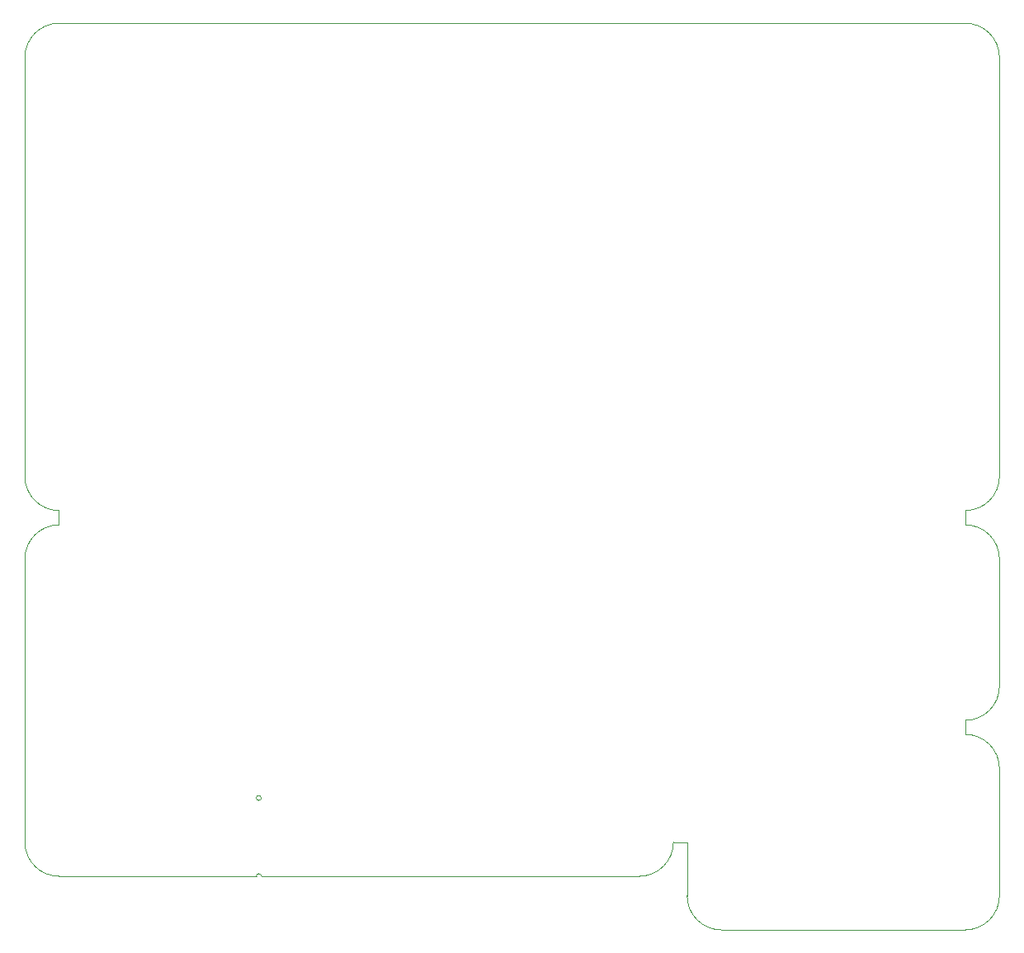
<source format=gbr>
%TF.GenerationSoftware,KiCad,Pcbnew,6.0.10+dfsg-2*%
%TF.CreationDate,2023-01-21T20:21:13+08:00*%
%TF.ProjectId,RKD,524b442e-6b69-4636-9164-5f7063625858,57*%
%TF.SameCoordinates,Original*%
%TF.FileFunction,Profile,NP*%
%FSLAX46Y46*%
G04 Gerber Fmt 4.6, Leading zero omitted, Abs format (unit mm)*
G04 Created by KiCad (PCBNEW 6.0.10+dfsg-2) date 2023-01-21 20:21:13*
%MOMM*%
%LPD*%
G01*
G04 APERTURE LIST*
%TA.AperFunction,Profile*%
%ADD10C,0.100000*%
%TD*%
G04 APERTURE END LIST*
D10*
X24250000Y13525126D02*
G75*
G03*
X24250000Y13525126I-250000J0D01*
G01*
X3500000Y43025126D02*
X3500000Y41550252D01*
X3500000Y93025126D02*
G75*
G03*
X0Y89525126I0J-3500000D01*
G01*
X96500000Y93025126D02*
X3500000Y93025126D01*
X24250000Y5525126D02*
G75*
G03*
X23750000Y5525126I-250000J0D01*
G01*
X67949774Y3500000D02*
G75*
G03*
X71449748Y0I3500026J26D01*
G01*
X100000000Y16550252D02*
X100000000Y3500000D01*
X96500000Y43025126D02*
G75*
G03*
X100000000Y46525126I0J3500000D01*
G01*
X96500000Y-74D02*
G75*
G03*
X100000000Y3500000I0J3500000D01*
G01*
X66550252Y9000000D02*
X67949748Y9000000D01*
X0Y9000000D02*
X0Y38050252D01*
X100000026Y38050252D02*
G75*
G03*
X96500000Y41550252I-3500026J-26D01*
G01*
X100000000Y46525126D02*
X100000000Y89525126D01*
X100000026Y16550252D02*
G75*
G03*
X96500000Y20050252I-3499926J74D01*
G01*
X67949748Y3500000D02*
X67949748Y9000000D01*
X63050252Y5499974D02*
G75*
G03*
X66550252Y9000000I-52J3500052D01*
G01*
X23750000Y5525126D02*
X3500000Y5500000D01*
X100000000Y89525126D02*
G75*
G03*
X96500000Y93025126I-3500000J0D01*
G01*
X96500000Y21500000D02*
X96500000Y20050252D01*
X96500000Y0D02*
X71449748Y0D01*
X0Y89525126D02*
X0Y46525126D01*
X96500000Y21500026D02*
G75*
G03*
X100000000Y25000000I0J3500000D01*
G01*
X-26Y9000000D02*
G75*
G03*
X3500000Y5500000I3500026J26D01*
G01*
X0Y46525126D02*
G75*
G03*
X3500000Y43025126I3500000J0D01*
G01*
X3500000Y41550226D02*
G75*
G03*
X0Y38050252I0J-3500000D01*
G01*
X100000000Y38050252D02*
X100000000Y25000000D01*
X63050252Y5500000D02*
X24250000Y5525126D01*
X96500000Y43025126D02*
X96500000Y41550252D01*
M02*

</source>
